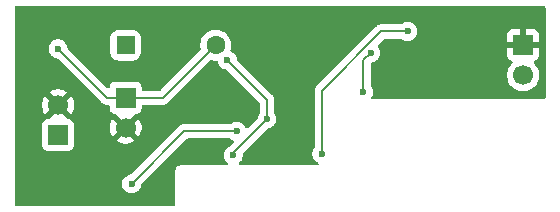
<source format=gbl>
%TF.GenerationSoftware,KiCad,Pcbnew,9.0.6-9.0.6~ubuntu24.04.1*%
%TF.CreationDate,2025-11-30T18:55:51-06:00*%
%TF.ProjectId,solar_power_supply,736f6c61-725f-4706-9f77-65725f737570,v1*%
%TF.SameCoordinates,Original*%
%TF.FileFunction,Copper,L2,Bot*%
%TF.FilePolarity,Positive*%
%FSLAX46Y46*%
G04 Gerber Fmt 4.6, Leading zero omitted, Abs format (unit mm)*
G04 Created by KiCad (PCBNEW 9.0.6-9.0.6~ubuntu24.04.1) date 2025-11-30 18:55:51*
%MOMM*%
%LPD*%
G01*
G04 APERTURE LIST*
G04 Aperture macros list*
%AMRoundRect*
0 Rectangle with rounded corners*
0 $1 Rounding radius*
0 $2 $3 $4 $5 $6 $7 $8 $9 X,Y pos of 4 corners*
0 Add a 4 corners polygon primitive as box body*
4,1,4,$2,$3,$4,$5,$6,$7,$8,$9,$2,$3,0*
0 Add four circle primitives for the rounded corners*
1,1,$1+$1,$2,$3*
1,1,$1+$1,$4,$5*
1,1,$1+$1,$6,$7*
1,1,$1+$1,$8,$9*
0 Add four rect primitives between the rounded corners*
20,1,$1+$1,$2,$3,$4,$5,0*
20,1,$1+$1,$4,$5,$6,$7,0*
20,1,$1+$1,$6,$7,$8,$9,0*
20,1,$1+$1,$8,$9,$2,$3,0*%
G04 Aperture macros list end*
%TA.AperFunction,ComponentPad*%
%ADD10RoundRect,0.250000X-0.550000X-0.550000X0.550000X-0.550000X0.550000X0.550000X-0.550000X0.550000X0*%
%TD*%
%TA.AperFunction,ComponentPad*%
%ADD11C,1.600000*%
%TD*%
%TA.AperFunction,ComponentPad*%
%ADD12R,1.700000X1.700000*%
%TD*%
%TA.AperFunction,ComponentPad*%
%ADD13C,1.700000*%
%TD*%
%TA.AperFunction,ViaPad*%
%ADD14C,0.600000*%
%TD*%
%TA.AperFunction,Conductor*%
%ADD15C,0.200000*%
%TD*%
G04 APERTURE END LIST*
D10*
%TO.P,J3,1,Pin_1*%
%TO.N,Net-(J3-Pin_1)*%
X124460000Y-88900000D03*
D11*
%TO.P,J3,2,Pin_2*%
%TO.N,Net-(D2-K)*%
X132080000Y-88900000D03*
%TD*%
D12*
%TO.P,J4,1,Pin_1*%
%TO.N,/SOLAR_P*%
X118745000Y-96520000D03*
D13*
%TO.P,J4,2,Pin_2*%
%TO.N,GNDD*%
X118745000Y-93980000D03*
%TD*%
D12*
%TO.P,J2,1,Pin_1*%
%TO.N,Net-(D2-K)*%
X124460000Y-93345000D03*
D13*
%TO.P,J2,2,Pin_2*%
%TO.N,GNDD*%
X124460000Y-95885000D03*
%TD*%
D12*
%TO.P,J1,1,Pin_1*%
%TO.N,GNDD*%
X158115000Y-88900000D03*
D13*
%TO.P,J1,2,Pin_2*%
%TO.N,/OUT_P*%
X158115000Y-91440000D03*
%TD*%
D14*
%TO.N,Net-(Q1-D)*%
X133885000Y-96200000D03*
X124963000Y-100645000D03*
%TO.N,Net-(D2-K)*%
X118745000Y-89209900D03*
%TO.N,Net-(D1-K)*%
X144595000Y-92847200D03*
X145219000Y-89538000D03*
%TO.N,Net-(U1-FB)*%
X141075000Y-98108500D03*
X148335000Y-87737600D03*
%TO.N,Net-(J3-Pin_1)*%
X133084000Y-90170000D03*
X136430000Y-95149100D03*
X133586000Y-98210100D03*
%TO.N,GNDD*%
X142500000Y-86609300D03*
X139066000Y-95932700D03*
X138464000Y-92554800D03*
%TD*%
D15*
%TO.N,Net-(Q1-D)*%
X129408000Y-96200000D02*
X124963000Y-100645000D01*
X133885000Y-96200000D02*
X129408000Y-96200000D01*
%TO.N,Net-(D2-K)*%
X127635000Y-93345000D02*
X124460000Y-93345000D01*
X132080000Y-88900000D02*
X127635000Y-93345000D01*
X122880000Y-93345000D02*
X118745000Y-89209900D01*
X124460000Y-93345000D02*
X122880000Y-93345000D01*
%TO.N,Net-(D1-K)*%
X144595000Y-90162500D02*
X145219000Y-89538000D01*
X144595000Y-92847200D02*
X144595000Y-90162500D01*
%TO.N,Net-(U1-FB)*%
X146108000Y-87737600D02*
X148335000Y-87737600D01*
X141075000Y-92770700D02*
X146108000Y-87737600D01*
X141075000Y-98108500D02*
X141075000Y-92770700D01*
%TO.N,Net-(J3-Pin_1)*%
X136430000Y-93516300D02*
X133084000Y-90170000D01*
X136430000Y-95149100D02*
X136430000Y-93516300D01*
X133586000Y-97992600D02*
X136430000Y-95149100D01*
X133586000Y-98210100D02*
X133586000Y-97992600D01*
%TO.N,GNDD*%
X139066000Y-92554800D02*
X138464000Y-92554800D01*
X139066000Y-90043400D02*
X139066000Y-92554800D01*
X142500000Y-86609300D02*
X139066000Y-90043400D01*
X139066000Y-92554800D02*
X139066000Y-95932700D01*
%TD*%
%TA.AperFunction,Conductor*%
%TO.N,GNDD*%
G36*
X159963039Y-85610185D02*
G01*
X160008794Y-85662989D01*
X160020000Y-85714500D01*
X160020000Y-93348000D01*
X160000315Y-93415039D01*
X159947511Y-93460794D01*
X159896000Y-93472000D01*
X145372263Y-93472000D01*
X145305224Y-93452315D01*
X145259469Y-93399511D01*
X145249525Y-93330353D01*
X145269161Y-93279109D01*
X145273773Y-93272205D01*
X145304394Y-93226379D01*
X145312827Y-93206021D01*
X145318067Y-93193366D01*
X145364737Y-93080697D01*
X145395500Y-92926042D01*
X145395500Y-92768358D01*
X145395500Y-92768355D01*
X145395499Y-92768353D01*
X145380340Y-92692143D01*
X145364737Y-92613703D01*
X145345749Y-92567861D01*
X145304397Y-92468027D01*
X145304390Y-92468014D01*
X145216398Y-92336325D01*
X145195520Y-92269647D01*
X145195500Y-92267434D01*
X145195500Y-91333713D01*
X156764500Y-91333713D01*
X156764500Y-91546286D01*
X156797753Y-91756239D01*
X156863444Y-91958414D01*
X156959951Y-92147820D01*
X157084890Y-92319786D01*
X157235213Y-92470109D01*
X157407179Y-92595048D01*
X157407181Y-92595049D01*
X157407184Y-92595051D01*
X157596588Y-92691557D01*
X157798757Y-92757246D01*
X158008713Y-92790500D01*
X158008714Y-92790500D01*
X158221286Y-92790500D01*
X158221287Y-92790500D01*
X158431243Y-92757246D01*
X158633412Y-92691557D01*
X158822816Y-92595051D01*
X158888324Y-92547457D01*
X158994786Y-92470109D01*
X158994788Y-92470106D01*
X158994792Y-92470104D01*
X159145104Y-92319792D01*
X159145106Y-92319788D01*
X159145109Y-92319786D01*
X159270048Y-92147820D01*
X159270047Y-92147820D01*
X159270051Y-92147816D01*
X159366557Y-91958412D01*
X159432246Y-91756243D01*
X159465500Y-91546287D01*
X159465500Y-91333713D01*
X159432246Y-91123757D01*
X159366557Y-90921588D01*
X159270051Y-90732184D01*
X159270049Y-90732181D01*
X159270048Y-90732179D01*
X159145109Y-90560213D01*
X159031181Y-90446285D01*
X158997696Y-90384962D01*
X159002680Y-90315270D01*
X159044552Y-90259337D01*
X159075529Y-90242422D01*
X159207086Y-90193354D01*
X159207093Y-90193350D01*
X159322187Y-90107190D01*
X159322190Y-90107187D01*
X159408350Y-89992093D01*
X159408354Y-89992086D01*
X159458596Y-89857379D01*
X159458598Y-89857372D01*
X159464999Y-89797844D01*
X159465000Y-89797827D01*
X159465000Y-89150000D01*
X158548012Y-89150000D01*
X158580925Y-89092993D01*
X158615000Y-88965826D01*
X158615000Y-88834174D01*
X158580925Y-88707007D01*
X158548012Y-88650000D01*
X159465000Y-88650000D01*
X159465000Y-88002172D01*
X159464999Y-88002155D01*
X159458598Y-87942627D01*
X159458596Y-87942620D01*
X159408354Y-87807913D01*
X159408350Y-87807906D01*
X159322190Y-87692812D01*
X159322187Y-87692809D01*
X159207093Y-87606649D01*
X159207086Y-87606645D01*
X159072379Y-87556403D01*
X159072372Y-87556401D01*
X159012844Y-87550000D01*
X158365000Y-87550000D01*
X158365000Y-88466988D01*
X158307993Y-88434075D01*
X158180826Y-88400000D01*
X158049174Y-88400000D01*
X157922007Y-88434075D01*
X157865000Y-88466988D01*
X157865000Y-87550000D01*
X157217155Y-87550000D01*
X157157627Y-87556401D01*
X157157620Y-87556403D01*
X157022913Y-87606645D01*
X157022906Y-87606649D01*
X156907812Y-87692809D01*
X156907809Y-87692812D01*
X156821649Y-87807906D01*
X156821645Y-87807913D01*
X156771403Y-87942620D01*
X156771401Y-87942627D01*
X156765000Y-88002155D01*
X156765000Y-88650000D01*
X157681988Y-88650000D01*
X157649075Y-88707007D01*
X157615000Y-88834174D01*
X157615000Y-88965826D01*
X157649075Y-89092993D01*
X157681988Y-89150000D01*
X156765000Y-89150000D01*
X156765000Y-89797844D01*
X156771401Y-89857372D01*
X156771403Y-89857379D01*
X156821645Y-89992086D01*
X156821649Y-89992093D01*
X156907809Y-90107187D01*
X156907812Y-90107190D01*
X157022906Y-90193350D01*
X157022913Y-90193354D01*
X157154470Y-90242422D01*
X157210404Y-90284293D01*
X157234821Y-90349758D01*
X157219969Y-90418031D01*
X157198819Y-90446285D01*
X157084889Y-90560215D01*
X156959951Y-90732179D01*
X156863444Y-90921585D01*
X156797753Y-91123760D01*
X156764500Y-91333713D01*
X145195500Y-91333713D01*
X145195500Y-90462426D01*
X145204136Y-90433015D01*
X145210641Y-90403047D01*
X145214418Y-90397995D01*
X145215185Y-90395387D01*
X145231775Y-90374789D01*
X145234033Y-90372529D01*
X145295339Y-90339019D01*
X145297560Y-90338556D01*
X145297842Y-90338500D01*
X145452497Y-90307737D01*
X145598179Y-90247394D01*
X145729289Y-90159789D01*
X145840789Y-90048289D01*
X145928394Y-89917179D01*
X145988737Y-89771497D01*
X146019500Y-89616842D01*
X146019500Y-89459158D01*
X146019500Y-89459155D01*
X146019499Y-89459153D01*
X146005421Y-89388380D01*
X145988737Y-89304503D01*
X145953258Y-89218848D01*
X145928397Y-89158827D01*
X145928390Y-89158814D01*
X145840789Y-89027711D01*
X145836924Y-89023001D01*
X145838085Y-89022047D01*
X145808159Y-88967242D01*
X145813143Y-88897550D01*
X145841638Y-88853209D01*
X146320421Y-88374418D01*
X146381743Y-88340934D01*
X146408102Y-88338100D01*
X147755234Y-88338100D01*
X147822273Y-88357785D01*
X147824125Y-88358998D01*
X147955814Y-88446990D01*
X147955827Y-88446997D01*
X148101498Y-88507335D01*
X148101503Y-88507337D01*
X148256153Y-88538099D01*
X148256156Y-88538100D01*
X148256158Y-88538100D01*
X148413844Y-88538100D01*
X148413845Y-88538099D01*
X148568497Y-88507337D01*
X148714179Y-88446994D01*
X148845289Y-88359389D01*
X148956789Y-88247889D01*
X149044394Y-88116779D01*
X149104737Y-87971097D01*
X149135500Y-87816442D01*
X149135500Y-87658758D01*
X149135500Y-87658755D01*
X149135499Y-87658753D01*
X149130082Y-87631522D01*
X149104737Y-87504103D01*
X149104735Y-87504098D01*
X149044397Y-87358427D01*
X149044390Y-87358414D01*
X148956789Y-87227311D01*
X148956786Y-87227307D01*
X148845292Y-87115813D01*
X148845288Y-87115810D01*
X148714185Y-87028209D01*
X148714172Y-87028202D01*
X148568501Y-86967864D01*
X148568489Y-86967861D01*
X148413845Y-86937100D01*
X148413842Y-86937100D01*
X148256158Y-86937100D01*
X148256155Y-86937100D01*
X148101510Y-86967861D01*
X148101498Y-86967864D01*
X147955827Y-87028202D01*
X147955814Y-87028209D01*
X147824125Y-87116202D01*
X147757447Y-87137080D01*
X147755234Y-87137100D01*
X146195706Y-87137100D01*
X146195677Y-87137098D01*
X146187052Y-87137098D01*
X146179275Y-87137098D01*
X146028939Y-87137099D01*
X146028933Y-87137100D01*
X145906168Y-87169997D01*
X145906164Y-87169998D01*
X145878041Y-87177533D01*
X145876330Y-87177964D01*
X145876228Y-87178015D01*
X145876214Y-87178023D01*
X145876210Y-87178025D01*
X145858317Y-87188355D01*
X145812661Y-87214714D01*
X145812661Y-87214715D01*
X145785803Y-87230221D01*
X145739284Y-87257079D01*
X145625053Y-87371311D01*
X145625036Y-87371328D01*
X140706285Y-92290179D01*
X140706284Y-92290180D01*
X140594481Y-92401982D01*
X140594477Y-92401987D01*
X140515432Y-92538898D01*
X140515422Y-92538917D01*
X140515420Y-92538922D01*
X140507698Y-92567741D01*
X140507667Y-92567861D01*
X140474500Y-92691643D01*
X140474500Y-92691645D01*
X140474499Y-92691649D01*
X140474499Y-92692142D01*
X140474499Y-92692143D01*
X140474500Y-92783131D01*
X140474500Y-97528734D01*
X140454815Y-97595773D01*
X140453602Y-97597625D01*
X140365609Y-97729314D01*
X140365602Y-97729327D01*
X140305264Y-97874998D01*
X140305261Y-97875010D01*
X140274500Y-98029653D01*
X140274500Y-98187346D01*
X140305261Y-98341989D01*
X140305264Y-98342001D01*
X140365602Y-98487672D01*
X140365609Y-98487685D01*
X140453210Y-98618788D01*
X140453213Y-98618792D01*
X140564707Y-98730286D01*
X140564711Y-98730289D01*
X140695814Y-98817890D01*
X140695827Y-98817897D01*
X140722485Y-98828939D01*
X140776889Y-98872779D01*
X140798954Y-98939074D01*
X140781675Y-99006773D01*
X140730538Y-99054384D01*
X140675033Y-99067500D01*
X134152446Y-99067500D01*
X134085407Y-99047815D01*
X134039652Y-98995011D01*
X134029708Y-98925853D01*
X134058733Y-98862297D01*
X134083555Y-98840398D01*
X134088350Y-98837193D01*
X134096289Y-98831889D01*
X134207789Y-98720389D01*
X134295394Y-98589279D01*
X134355737Y-98443597D01*
X134386500Y-98288942D01*
X134386500Y-98131258D01*
X134386500Y-98131255D01*
X134384524Y-98121324D01*
X134390748Y-98051733D01*
X134418463Y-98009442D01*
X136444581Y-95983681D01*
X136505906Y-95950203D01*
X136508062Y-95949755D01*
X136508841Y-95949600D01*
X136508842Y-95949600D01*
X136663497Y-95918837D01*
X136809179Y-95858494D01*
X136940289Y-95770889D01*
X137051789Y-95659389D01*
X137139394Y-95528279D01*
X137199737Y-95382597D01*
X137230500Y-95227942D01*
X137230500Y-95070258D01*
X137230500Y-95070255D01*
X137230499Y-95070253D01*
X137199738Y-94915610D01*
X137199738Y-94915608D01*
X137199737Y-94915603D01*
X137199735Y-94915598D01*
X137139397Y-94769927D01*
X137139390Y-94769914D01*
X137051398Y-94638225D01*
X137030520Y-94571547D01*
X137030500Y-94569334D01*
X137030500Y-93527620D01*
X137030504Y-93437270D01*
X137030500Y-93437255D01*
X137030500Y-93437243D01*
X137007787Y-93352476D01*
X136990371Y-93287469D01*
X136989720Y-93284763D01*
X136988292Y-93282290D01*
X136988291Y-93282289D01*
X136956014Y-93226384D01*
X136944258Y-93206021D01*
X136910536Y-93147606D01*
X136910533Y-93147603D01*
X136910531Y-93147599D01*
X136910518Y-93147582D01*
X136841916Y-93078980D01*
X133918579Y-90155380D01*
X133885097Y-90094056D01*
X133884647Y-90091894D01*
X133862317Y-89979637D01*
X133853737Y-89936503D01*
X133796296Y-89797827D01*
X133793397Y-89790827D01*
X133793390Y-89790814D01*
X133705789Y-89659711D01*
X133705786Y-89659707D01*
X133594292Y-89548213D01*
X133594288Y-89548210D01*
X133463185Y-89460609D01*
X133463173Y-89460602D01*
X133394649Y-89432220D01*
X133340245Y-89388380D01*
X133318180Y-89322086D01*
X133324169Y-89279343D01*
X133348477Y-89204534D01*
X133380500Y-89002352D01*
X133380500Y-88797648D01*
X133364972Y-88699607D01*
X133348477Y-88595465D01*
X133300236Y-88446997D01*
X133285220Y-88400781D01*
X133285218Y-88400778D01*
X133285218Y-88400776D01*
X133233865Y-88299991D01*
X133192287Y-88218390D01*
X133176892Y-88197200D01*
X133071971Y-88052786D01*
X132927213Y-87908028D01*
X132761613Y-87787715D01*
X132761612Y-87787714D01*
X132761610Y-87787713D01*
X132701898Y-87757288D01*
X132579223Y-87694781D01*
X132384534Y-87631522D01*
X132209995Y-87603878D01*
X132182352Y-87599500D01*
X131977648Y-87599500D01*
X131953329Y-87603351D01*
X131775465Y-87631522D01*
X131580776Y-87694781D01*
X131398386Y-87787715D01*
X131232786Y-87908028D01*
X131088028Y-88052786D01*
X130967715Y-88218386D01*
X130874781Y-88400776D01*
X130811522Y-88595465D01*
X130779500Y-88797648D01*
X130779500Y-89002351D01*
X130811522Y-89204534D01*
X130816173Y-89218848D01*
X130818165Y-89288690D01*
X130785921Y-89344842D01*
X127422584Y-92708181D01*
X127361261Y-92741666D01*
X127334903Y-92744500D01*
X125934499Y-92744500D01*
X125867460Y-92724815D01*
X125821705Y-92672011D01*
X125810499Y-92620500D01*
X125810499Y-92447129D01*
X125810498Y-92447123D01*
X125804091Y-92387516D01*
X125753797Y-92252671D01*
X125753793Y-92252664D01*
X125667547Y-92137455D01*
X125667544Y-92137452D01*
X125552335Y-92051206D01*
X125552328Y-92051202D01*
X125417482Y-92000908D01*
X125417483Y-92000908D01*
X125357883Y-91994501D01*
X125357881Y-91994500D01*
X125357873Y-91994500D01*
X125357864Y-91994500D01*
X123562129Y-91994500D01*
X123562123Y-91994501D01*
X123502516Y-92000908D01*
X123367671Y-92051202D01*
X123367664Y-92051206D01*
X123252455Y-92137452D01*
X123252452Y-92137455D01*
X123166206Y-92252664D01*
X123166202Y-92252671D01*
X123115908Y-92387516D01*
X123110205Y-92440565D01*
X123083467Y-92505116D01*
X123026074Y-92544964D01*
X122956249Y-92547457D01*
X122899234Y-92514989D01*
X122720574Y-92336325D01*
X119579574Y-89195248D01*
X119546090Y-89133926D01*
X119545640Y-89131760D01*
X119523816Y-89022047D01*
X119514737Y-88976403D01*
X119514735Y-88976398D01*
X119454397Y-88830727D01*
X119454390Y-88830714D01*
X119366789Y-88699611D01*
X119366786Y-88699607D01*
X119255292Y-88588113D01*
X119255288Y-88588110D01*
X119124185Y-88500509D01*
X119124172Y-88500502D01*
X118978501Y-88440164D01*
X118978489Y-88440161D01*
X118869347Y-88418451D01*
X118869346Y-88418451D01*
X118823844Y-88409400D01*
X118823842Y-88409400D01*
X118666158Y-88409400D01*
X118666155Y-88409400D01*
X118511510Y-88440161D01*
X118511498Y-88440164D01*
X118365827Y-88500502D01*
X118365814Y-88500509D01*
X118234711Y-88588110D01*
X118234707Y-88588113D01*
X118123213Y-88699607D01*
X118123210Y-88699611D01*
X118035609Y-88830714D01*
X118035602Y-88830727D01*
X117975264Y-88976398D01*
X117975261Y-88976410D01*
X117944500Y-89131053D01*
X117944500Y-89288746D01*
X117975261Y-89443389D01*
X117975264Y-89443401D01*
X118035602Y-89589072D01*
X118035609Y-89589085D01*
X118123210Y-89720188D01*
X118123213Y-89720192D01*
X118234707Y-89831686D01*
X118234711Y-89831689D01*
X118365814Y-89919290D01*
X118365827Y-89919297D01*
X118511498Y-89979635D01*
X118511503Y-89979637D01*
X118626747Y-90002560D01*
X118666836Y-90010535D01*
X118728747Y-90042920D01*
X118730327Y-90044472D01*
X122265267Y-93579498D01*
X122399477Y-93713711D01*
X122399480Y-93713716D01*
X122470046Y-93784282D01*
X122470048Y-93784284D01*
X122511410Y-93825648D01*
X122511730Y-93825886D01*
X122514479Y-93827365D01*
X122592879Y-93872629D01*
X122592880Y-93872630D01*
X122641778Y-93900862D01*
X122645443Y-93903281D01*
X122647541Y-93904395D01*
X122648213Y-93904575D01*
X122648216Y-93904577D01*
X122705449Y-93919912D01*
X122800936Y-93945500D01*
X122959050Y-93945502D01*
X122959053Y-93945500D01*
X122967675Y-93945501D01*
X122967704Y-93945500D01*
X122985501Y-93945500D01*
X123052540Y-93965185D01*
X123098295Y-94017989D01*
X123109501Y-94069500D01*
X123109501Y-94242876D01*
X123115908Y-94302483D01*
X123166202Y-94437328D01*
X123166206Y-94437335D01*
X123252452Y-94552544D01*
X123252455Y-94552547D01*
X123367664Y-94638793D01*
X123367671Y-94638797D01*
X123367709Y-94638811D01*
X123502517Y-94689091D01*
X123562127Y-94695500D01*
X123572685Y-94695499D01*
X123639723Y-94715179D01*
X123660372Y-94731818D01*
X124330591Y-95402037D01*
X124267007Y-95419075D01*
X124152993Y-95484901D01*
X124059901Y-95577993D01*
X123994075Y-95692007D01*
X123977037Y-95755591D01*
X123344728Y-95123282D01*
X123344727Y-95123282D01*
X123305380Y-95177439D01*
X123208904Y-95366782D01*
X123143242Y-95568869D01*
X123143242Y-95568872D01*
X123110000Y-95778753D01*
X123110000Y-95991246D01*
X123143242Y-96201127D01*
X123143242Y-96201130D01*
X123208904Y-96403217D01*
X123305375Y-96592550D01*
X123344728Y-96646716D01*
X123977037Y-96014408D01*
X123994075Y-96077993D01*
X124059901Y-96192007D01*
X124152993Y-96285099D01*
X124267007Y-96350925D01*
X124330590Y-96367962D01*
X123698282Y-97000269D01*
X123698282Y-97000270D01*
X123752449Y-97039624D01*
X123941782Y-97136095D01*
X124143870Y-97201757D01*
X124353754Y-97235000D01*
X124566246Y-97235000D01*
X124776127Y-97201757D01*
X124776130Y-97201757D01*
X124978217Y-97136095D01*
X125167554Y-97039622D01*
X125221716Y-97000270D01*
X125221717Y-97000270D01*
X124589408Y-96367962D01*
X124652993Y-96350925D01*
X124767007Y-96285099D01*
X124860099Y-96192007D01*
X124925925Y-96077993D01*
X124942962Y-96014409D01*
X125575270Y-96646717D01*
X125575270Y-96646716D01*
X125614622Y-96592554D01*
X125711095Y-96403217D01*
X125776757Y-96201130D01*
X125776757Y-96201127D01*
X125810000Y-95991246D01*
X125810000Y-95778753D01*
X125776757Y-95568872D01*
X125776757Y-95568869D01*
X125711095Y-95366782D01*
X125614624Y-95177449D01*
X125575270Y-95123282D01*
X125575269Y-95123282D01*
X124942962Y-95755590D01*
X124925925Y-95692007D01*
X124860099Y-95577993D01*
X124767007Y-95484901D01*
X124652993Y-95419075D01*
X124589409Y-95402037D01*
X125259627Y-94731818D01*
X125320950Y-94698333D01*
X125347307Y-94695499D01*
X125357872Y-94695499D01*
X125417483Y-94689091D01*
X125552331Y-94638796D01*
X125667546Y-94552546D01*
X125753796Y-94437331D01*
X125804091Y-94302483D01*
X125810500Y-94242873D01*
X125810500Y-94069500D01*
X125830185Y-94002461D01*
X125882989Y-93956706D01*
X125934500Y-93945500D01*
X127548331Y-93945500D01*
X127548347Y-93945501D01*
X127555943Y-93945501D01*
X127714054Y-93945501D01*
X127714057Y-93945501D01*
X127866785Y-93904577D01*
X127916904Y-93875639D01*
X128003716Y-93825520D01*
X128115520Y-93713716D01*
X128115520Y-93713714D01*
X128125728Y-93703507D01*
X128125730Y-93703504D01*
X131635158Y-90194075D01*
X131696479Y-90160592D01*
X131761151Y-90163825D01*
X131775466Y-90168477D01*
X131977648Y-90200500D01*
X131977649Y-90200500D01*
X132172120Y-90200500D01*
X132239159Y-90220185D01*
X132284914Y-90272989D01*
X132293737Y-90300309D01*
X132314261Y-90403489D01*
X132314264Y-90403501D01*
X132374602Y-90549172D01*
X132374609Y-90549185D01*
X132462210Y-90680288D01*
X132462213Y-90680292D01*
X132573707Y-90791786D01*
X132573711Y-90791789D01*
X132704814Y-90879390D01*
X132704827Y-90879397D01*
X132850498Y-90939735D01*
X132850503Y-90939737D01*
X133005158Y-90970500D01*
X133005159Y-90970500D01*
X133005802Y-90970628D01*
X133067713Y-91003013D01*
X133069293Y-91004565D01*
X135793185Y-93728701D01*
X135826667Y-93790024D01*
X135829500Y-93816377D01*
X135829500Y-94569334D01*
X135809815Y-94636373D01*
X135808602Y-94638225D01*
X135720609Y-94769914D01*
X135720602Y-94769927D01*
X135660264Y-94915598D01*
X135660261Y-94915608D01*
X135629379Y-95070859D01*
X135596994Y-95132770D01*
X135595436Y-95134355D01*
X134844659Y-95885001D01*
X134817708Y-95911947D01*
X134756381Y-95945427D01*
X134686690Y-95940436D01*
X134630760Y-95898560D01*
X134615473Y-95871710D01*
X134594397Y-95820826D01*
X134594390Y-95820814D01*
X134506789Y-95689711D01*
X134506786Y-95689707D01*
X134395292Y-95578213D01*
X134395288Y-95578210D01*
X134264185Y-95490609D01*
X134264172Y-95490602D01*
X134118501Y-95430264D01*
X134118489Y-95430261D01*
X133963845Y-95399500D01*
X133963842Y-95399500D01*
X133806158Y-95399500D01*
X133806155Y-95399500D01*
X133651510Y-95430261D01*
X133651498Y-95430264D01*
X133505827Y-95490602D01*
X133505814Y-95490609D01*
X133374125Y-95578602D01*
X133307447Y-95599480D01*
X133305234Y-95599500D01*
X129487057Y-95599500D01*
X129328942Y-95599500D01*
X129176215Y-95640423D01*
X129176214Y-95640423D01*
X129176212Y-95640424D01*
X129176209Y-95640425D01*
X129126096Y-95669359D01*
X129126095Y-95669360D01*
X129090853Y-95689707D01*
X129039285Y-95719479D01*
X129039282Y-95719481D01*
X124948339Y-99810425D01*
X124887016Y-99843910D01*
X124884850Y-99844361D01*
X124729508Y-99875261D01*
X124729498Y-99875264D01*
X124583827Y-99935602D01*
X124583814Y-99935609D01*
X124452711Y-100023210D01*
X124452707Y-100023213D01*
X124341213Y-100134707D01*
X124341210Y-100134711D01*
X124253609Y-100265814D01*
X124253602Y-100265827D01*
X124193264Y-100411498D01*
X124193261Y-100411510D01*
X124162500Y-100566153D01*
X124162500Y-100723846D01*
X124193261Y-100878489D01*
X124193264Y-100878501D01*
X124253602Y-101024172D01*
X124253609Y-101024185D01*
X124341210Y-101155288D01*
X124341213Y-101155292D01*
X124452707Y-101266786D01*
X124452711Y-101266789D01*
X124583814Y-101354390D01*
X124583827Y-101354397D01*
X124729498Y-101414735D01*
X124729503Y-101414737D01*
X124884153Y-101445499D01*
X124884156Y-101445500D01*
X124884158Y-101445500D01*
X125041844Y-101445500D01*
X125041845Y-101445499D01*
X125196497Y-101414737D01*
X125342179Y-101354394D01*
X125473289Y-101266789D01*
X125584789Y-101155289D01*
X125672394Y-101024179D01*
X125732737Y-100878497D01*
X125752113Y-100781085D01*
X125763638Y-100723150D01*
X125796023Y-100661239D01*
X125797518Y-100659716D01*
X129620416Y-96836819D01*
X129681739Y-96803334D01*
X129708097Y-96800500D01*
X133305234Y-96800500D01*
X133321121Y-96804843D01*
X133335685Y-96804297D01*
X133362082Y-96816040D01*
X133368317Y-96817745D01*
X133374061Y-96821139D01*
X133374711Y-96821789D01*
X133505821Y-96909394D01*
X133564652Y-96933762D01*
X133572189Y-96938216D01*
X133590304Y-96957603D01*
X133610962Y-96974250D01*
X133613785Y-96982734D01*
X133619891Y-96989268D01*
X133624648Y-97015370D01*
X133633027Y-97040544D01*
X133630815Y-97049208D01*
X133632419Y-97058006D01*
X133622309Y-97082536D01*
X133615748Y-97108244D01*
X133607157Y-97119302D01*
X133605796Y-97122605D01*
X133603169Y-97124435D01*
X133596780Y-97132660D01*
X133261563Y-97467818D01*
X133221347Y-97494688D01*
X133206825Y-97500703D01*
X133206814Y-97500709D01*
X133075711Y-97588310D01*
X133075707Y-97588313D01*
X132964213Y-97699807D01*
X132964210Y-97699811D01*
X132876609Y-97830914D01*
X132876602Y-97830927D01*
X132816264Y-97976598D01*
X132816261Y-97976610D01*
X132785500Y-98131253D01*
X132785500Y-98288946D01*
X132816261Y-98443589D01*
X132816264Y-98443601D01*
X132876602Y-98589272D01*
X132876609Y-98589285D01*
X132964210Y-98720388D01*
X132964213Y-98720392D01*
X133075707Y-98831886D01*
X133075711Y-98831889D01*
X133088445Y-98840398D01*
X133133250Y-98894010D01*
X133141957Y-98963335D01*
X133111802Y-99026363D01*
X133052359Y-99063082D01*
X133019554Y-99067500D01*
X129093108Y-99067500D01*
X128965812Y-99101608D01*
X128851686Y-99167500D01*
X128851683Y-99167502D01*
X128758502Y-99260683D01*
X128758500Y-99260686D01*
X128692608Y-99374812D01*
X128658500Y-99502108D01*
X128658500Y-102372500D01*
X128638815Y-102439539D01*
X128586011Y-102485294D01*
X128534500Y-102496500D01*
X115178500Y-102496500D01*
X115111461Y-102476815D01*
X115065706Y-102424011D01*
X115054500Y-102372500D01*
X115054500Y-95622135D01*
X117394500Y-95622135D01*
X117394500Y-97417870D01*
X117394501Y-97417876D01*
X117400908Y-97477483D01*
X117451202Y-97612328D01*
X117451206Y-97612335D01*
X117537452Y-97727544D01*
X117537455Y-97727547D01*
X117652664Y-97813793D01*
X117652671Y-97813797D01*
X117787517Y-97864091D01*
X117787516Y-97864091D01*
X117794444Y-97864835D01*
X117847127Y-97870500D01*
X119642872Y-97870499D01*
X119702483Y-97864091D01*
X119837331Y-97813796D01*
X119952546Y-97727546D01*
X120038796Y-97612331D01*
X120089091Y-97477483D01*
X120095500Y-97417873D01*
X120095499Y-96403217D01*
X120095499Y-95773881D01*
X120095499Y-95622129D01*
X120095498Y-95622123D01*
X120095497Y-95622116D01*
X120089091Y-95562517D01*
X120077502Y-95531446D01*
X120038797Y-95427671D01*
X120038793Y-95427664D01*
X119952547Y-95312455D01*
X119952544Y-95312452D01*
X119837335Y-95226206D01*
X119837328Y-95226202D01*
X119702482Y-95175908D01*
X119702483Y-95175908D01*
X119642883Y-95169501D01*
X119642881Y-95169500D01*
X119642873Y-95169500D01*
X119642865Y-95169500D01*
X119632309Y-95169500D01*
X119565270Y-95149815D01*
X119544628Y-95133181D01*
X118874408Y-94462962D01*
X118937993Y-94445925D01*
X119052007Y-94380099D01*
X119145099Y-94287007D01*
X119210925Y-94172993D01*
X119227962Y-94109409D01*
X119860270Y-94741717D01*
X119860270Y-94741716D01*
X119899622Y-94687554D01*
X119996095Y-94498217D01*
X120061757Y-94296130D01*
X120061757Y-94296127D01*
X120095000Y-94086246D01*
X120095000Y-93873753D01*
X120061757Y-93663872D01*
X120061757Y-93663869D01*
X119996095Y-93461782D01*
X119899624Y-93272449D01*
X119860270Y-93218282D01*
X119860269Y-93218282D01*
X119227962Y-93850590D01*
X119210925Y-93787007D01*
X119145099Y-93672993D01*
X119052007Y-93579901D01*
X118937993Y-93514075D01*
X118874409Y-93497037D01*
X119506716Y-92864728D01*
X119452550Y-92825375D01*
X119263217Y-92728904D01*
X119061129Y-92663242D01*
X118851246Y-92630000D01*
X118638754Y-92630000D01*
X118428872Y-92663242D01*
X118428869Y-92663242D01*
X118226782Y-92728904D01*
X118037439Y-92825380D01*
X117983282Y-92864727D01*
X117983282Y-92864728D01*
X118615591Y-93497037D01*
X118552007Y-93514075D01*
X118437993Y-93579901D01*
X118344901Y-93672993D01*
X118279075Y-93787007D01*
X118262037Y-93850591D01*
X117629728Y-93218282D01*
X117629727Y-93218282D01*
X117590380Y-93272439D01*
X117493904Y-93461782D01*
X117428242Y-93663869D01*
X117428242Y-93663872D01*
X117395000Y-93873753D01*
X117395000Y-94086246D01*
X117428242Y-94296127D01*
X117428242Y-94296130D01*
X117493904Y-94498217D01*
X117590375Y-94687550D01*
X117629728Y-94741716D01*
X118262037Y-94109408D01*
X118279075Y-94172993D01*
X118344901Y-94287007D01*
X118437993Y-94380099D01*
X118552007Y-94445925D01*
X118615590Y-94462962D01*
X117945370Y-95133181D01*
X117884047Y-95166666D01*
X117857698Y-95169500D01*
X117847134Y-95169500D01*
X117847123Y-95169501D01*
X117787516Y-95175908D01*
X117652671Y-95226202D01*
X117652664Y-95226206D01*
X117537455Y-95312452D01*
X117537452Y-95312455D01*
X117451206Y-95427664D01*
X117451202Y-95427671D01*
X117400908Y-95562517D01*
X117394501Y-95622116D01*
X117394501Y-95622123D01*
X117394500Y-95622135D01*
X115054500Y-95622135D01*
X115054500Y-88299983D01*
X123159500Y-88299983D01*
X123159500Y-89500001D01*
X123159501Y-89500018D01*
X123170000Y-89602796D01*
X123170001Y-89602799D01*
X123225185Y-89769331D01*
X123225187Y-89769336D01*
X123242771Y-89797844D01*
X123317288Y-89918656D01*
X123441344Y-90042712D01*
X123590666Y-90134814D01*
X123757203Y-90189999D01*
X123859991Y-90200500D01*
X125060008Y-90200499D01*
X125162797Y-90189999D01*
X125329334Y-90134814D01*
X125478656Y-90042712D01*
X125602712Y-89918656D01*
X125694814Y-89769334D01*
X125749999Y-89602797D01*
X125760500Y-89500009D01*
X125760499Y-88299992D01*
X125749999Y-88197203D01*
X125694814Y-88030666D01*
X125602712Y-87881344D01*
X125478656Y-87757288D01*
X125329334Y-87665186D01*
X125162797Y-87610001D01*
X125162795Y-87610000D01*
X125060010Y-87599500D01*
X123859998Y-87599500D01*
X123859981Y-87599501D01*
X123757203Y-87610000D01*
X123757200Y-87610001D01*
X123590668Y-87665185D01*
X123590663Y-87665187D01*
X123441342Y-87757289D01*
X123317289Y-87881342D01*
X123225187Y-88030663D01*
X123225186Y-88030666D01*
X123170001Y-88197203D01*
X123170001Y-88197204D01*
X123170000Y-88197204D01*
X123159500Y-88299983D01*
X115054500Y-88299983D01*
X115054500Y-85714500D01*
X115074185Y-85647461D01*
X115126989Y-85601706D01*
X115178500Y-85590500D01*
X159896000Y-85590500D01*
X159963039Y-85610185D01*
G37*
%TD.AperFunction*%
%TD*%
M02*

</source>
